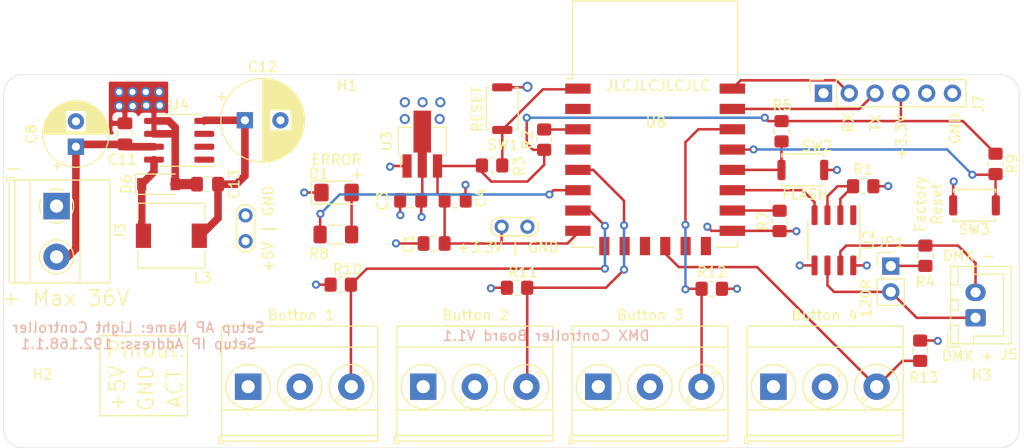
<source format=kicad_pcb>
(kicad_pcb (version 20171130) (host pcbnew 5.1.10)
  (layers (0 F.Cu signal) (1 In1.Cu power) (2 In2.Cu power) (31 B.Cu signal) (34 B.Paste user) (35 F.Paste user) (36 B.SilkS user) (37 F.SilkS user) (38 B.Mask user) (39 F.Mask user) (44 Edge.Cuts user))
  (net 0 "")
  (net 1 GND)
  (net 2 VCC)
  (net 3 "Net-(D6-Pad1)")
  (net 4 RESET)
  (net 5 +3V3)
  (net 6 +5V)
  (net 7 "Net-(R1-Pad1)")
  (net 8 "Net-(R2-Pad2)")
  (net 9 "Net-(R7-Pad2)")
  (net 10 "Net-(J5-Pad2)")
  (net 11 "Net-(J5-Pad1)")
  (net 12 BOOT_MODE)
  (net 13 RXD)
  (net 14 TXD)
  (net 15 "Net-(D1-Pad2)")
  (net 16 ERROR_LED)
  (net 17 B2)
  (net 18 B3)
  (net 19 B4)
  (net 20 B1)
  (net 21 FACTORY_RESET)
  (net 22 RS485_DIN)
  (net 23 "Net-(JP1-Pad1)")
  (net 24 "Net-(J7-Pad5)")
  (net 25 "Net-(J7-Pad1)")
  (net 26 "Net-(U2-Pad1)")
  (net 27 "Net-(U4-Pad3)")
  (net 28 "Net-(U4-Pad2)")
  (net 29 "Net-(U4-Pad1)")
  (net 30 "Net-(U8-Pad14)")
  (net 31 "Net-(U8-Pad13)")
  (net 32 "Net-(U8-Pad11)")
  (net 33 "Net-(U8-Pad10)")
  (net 34 "Net-(U8-Pad9)")
  (net 35 "Net-(U8-Pad4)")
  (net 36 "Net-(U8-Pad2)")
  (module Resistor_SMD:R_0805_2012Metric_Pad1.20x1.40mm_HandSolder (layer F.Cu) (at 110.744 37.846 90)
    (fp_text reference R4 (at -2.5908 0 180) (layer F.SilkS))
    (fp_text value 120R)
    (pad 2 smd roundrect (at 1 0 90) (size 1.2 1.4) (layers F.Cu F.Paste F.Mask) (roundrect_rratio 0.2083325) (net 10 "Net-(J5-Pad2)"))
    (pad 1 smd roundrect (at -1 0 90) (size 1.2 1.4) (layers F.Cu F.Paste F.Mask) (roundrect_rratio 0.2083325) (net 23 "Net-(JP1-Pad1)"))
  )
  (module Connector_PinHeader_2.54mm:PinHeader_1x02_P2.54mm_Vertical (layer F.Cu) (at 107.3404 38.862)
    (fp_text reference JP1 (at 0 -2.33) (layer F.SilkS))
    (fp_text value CON)
    (pad 2 thru_hole oval (at 0 2.54) (size 1.7 1.7) (drill 1) (layers *.Cu *.Mask) (net 11 "Net-(J5-Pad1)"))
    (pad 1 thru_hole rect (at 0 0) (size 1.7 1.7) (drill 1) (layers *.Cu *.Mask) (net 23 "Net-(JP1-Pad1)"))
  )
  (module MountingHole:MountingHole_3.2mm_M3 (layer F.Cu) (at 53.7972 23.7236)
    (fp_text reference H1 (at 0 -2.6416) (layer F.SilkS))
    (fp_text value MountingHole)
    (pad 1 np_thru_hole circle (at 0 0) (size 3.2 3.2) (drill 3.2) (layers *.Cu *.Mask))
  )
  (module MountingHole:MountingHole_3.2mm_M3 (layer F.Cu) (at 116.2304 52.1208)
    (fp_text reference H3 (at 0.0508 -2.54) (layer F.SilkS))
    (fp_text value MountingHole)
    (pad 1 np_thru_hole circle (at 0 0) (size 3.2 3.2) (drill 3.2) (layers *.Cu *.Mask))
  )
  (module MountingHole:MountingHole_3.2mm_M3 (layer F.Cu) (at 23.8252 52.1208)
    (fp_text reference H2 (at 0 -2.5908) (layer F.SilkS))
    (fp_text value MountingHole)
    (pad 1 np_thru_hole circle (at 0 0) (size 3.2 3.2) (drill 3.2) (layers *.Cu *.Mask))
  )
  (module TerminalBlock_Phoenix:TerminalBlock_Phoenix_MKDS-3-3-5.08_1x03_P5.08mm_Horizontal (layer F.Cu) (at 95.786 50.7365)
    (fp_text reference J6)
    (fp_text value Screw_Terminal_01x03)
    (pad 3 thru_hole circle (at 10.16 0) (size 2.6 2.6) (drill 1.3) (layers *.Cu *.Mask) (net 19 B4))
    (pad 2 thru_hole circle (at 5.08 0) (size 2.6 2.6) (drill 1.3) (layers *.Cu *.Mask) (net 1 GND))
    (pad 1 thru_hole rect (at 0 0) (size 2.6 2.6) (drill 1.3) (layers *.Cu *.Mask) (net 6 +5V))
  )
  (module TerminalBlock_Phoenix:TerminalBlock_Phoenix_MKDS-3-3-5.08_1x03_P5.08mm_Horizontal (layer F.Cu) (at 78.547 50.7365)
    (fp_text reference J4)
    (fp_text value Screw_Terminal_01x03)
    (pad 3 thru_hole circle (at 10.16 0) (size 2.6 2.6) (drill 1.3) (layers *.Cu *.Mask) (net 18 B3))
    (pad 2 thru_hole circle (at 5.08 0) (size 2.6 2.6) (drill 1.3) (layers *.Cu *.Mask) (net 1 GND))
    (pad 1 thru_hole rect (at 0 0) (size 2.6 2.6) (drill 1.3) (layers *.Cu *.Mask) (net 6 +5V))
  )
  (module TerminalBlock_Phoenix:TerminalBlock_Phoenix_MKDS-3-3-5.08_1x03_P5.08mm_Horizontal (layer F.Cu) (at 61.308 50.7365)
    (fp_text reference J2)
    (fp_text value Screw_Terminal_01x03)
    (pad 3 thru_hole circle (at 10.16 0) (size 2.6 2.6) (drill 1.3) (layers *.Cu *.Mask) (net 17 B2))
    (pad 2 thru_hole circle (at 5.08 0) (size 2.6 2.6) (drill 1.3) (layers *.Cu *.Mask) (net 1 GND))
    (pad 1 thru_hole rect (at 0 0) (size 2.6 2.6) (drill 1.3) (layers *.Cu *.Mask) (net 6 +5V))
  )
  (module TerminalBlock_Phoenix:TerminalBlock_Phoenix_MKDS-3-3-5.08_1x03_P5.08mm_Horizontal (layer F.Cu) (at 44.069 50.7365)
    (fp_text reference J1)
    (fp_text value Screw_Terminal_01x03)
    (pad 3 thru_hole circle (at 10.16 0) (size 2.6 2.6) (drill 1.3) (layers *.Cu *.Mask) (net 20 B1))
    (pad 2 thru_hole circle (at 5.08 0) (size 2.6 2.6) (drill 1.3) (layers *.Cu *.Mask) (net 1 GND))
    (pad 1 thru_hole rect (at 0 0) (size 2.6 2.6) (drill 1.3) (layers *.Cu *.Mask) (net 6 +5V))
  )
  (module Resistor_SMD:R_0805_2012Metric_Pad1.20x1.40mm_HandSolder (layer F.Cu) (at 110.236 47.1932 90)
    (fp_text reference R13 (at -2.6416 0.3556 180) (layer F.SilkS))
    (fp_text value 10k)
    (pad 2 smd roundrect (at 1 0 90) (size 1.2 1.4) (layers F.Cu F.Paste F.Mask) (roundrect_rratio 0.2083325) (net 1 GND))
    (pad 1 smd roundrect (at -1 0 90) (size 1.2 1.4) (layers F.Cu F.Paste F.Mask) (roundrect_rratio 0.2083325) (net 19 B4))
  )
  (module Resistor_SMD:R_0805_2012Metric_Pad1.20x1.40mm_HandSolder (layer F.Cu) (at 89.7128 41.0972)
    (fp_text reference R12 (at 0 -1.65) (layer F.SilkS))
    (fp_text value 10k)
    (pad 2 smd roundrect (at 1 0) (size 1.2 1.4) (layers F.Cu F.Paste F.Mask) (roundrect_rratio 0.2083325) (net 1 GND))
    (pad 1 smd roundrect (at -1 0) (size 1.2 1.4) (layers F.Cu F.Paste F.Mask) (roundrect_rratio 0.2083325) (net 18 B3))
  )
  (module Resistor_SMD:R_0805_2012Metric_Pad1.20x1.40mm_HandSolder (layer F.Cu) (at 70.5452 40.9956 180)
    (fp_text reference R11 (at -0.5748 1.524) (layer F.SilkS))
    (fp_text value 10k)
    (pad 2 smd roundrect (at 1 0 180) (size 1.2 1.4) (layers F.Cu F.Paste F.Mask) (roundrect_rratio 0.2083325) (net 1 GND))
    (pad 1 smd roundrect (at -1 0 180) (size 1.2 1.4) (layers F.Cu F.Paste F.Mask) (roundrect_rratio 0.2083325) (net 17 B2))
  )
  (module Resistor_SMD:R_0805_2012Metric_Pad1.20x1.40mm_HandSolder (layer F.Cu) (at 53.1876 40.6908 180)
    (fp_text reference R10 (at -0.6604 1.524) (layer F.SilkS))
    (fp_text value 10k)
    (pad 2 smd roundrect (at 1 0 180) (size 1.2 1.4) (layers F.Cu F.Paste F.Mask) (roundrect_rratio 0.2083325) (net 1 GND))
    (pad 1 smd roundrect (at -1 0 180) (size 1.2 1.4) (layers F.Cu F.Paste F.Mask) (roundrect_rratio 0.2083325) (net 20 B1))
  )
  (module Button_Switch_SMD:SW_Push_SPST_NO_Alps_SKRK (layer F.Cu) (at 115.5812 32.8796 180)
    (fp_text reference SW3 (at 0.0112 -2.3756) (layer F.SilkS))
    (fp_text value SW_SPST)
    (pad 1 smd roundrect (at -2.1 0 180) (size 0.8 2) (layers F.Cu F.Paste F.Mask) (net 21 FACTORY_RESET))
    (pad 2 smd roundrect (at 2.1 0 180) (size 0.8 2) (layers F.Cu F.Paste F.Mask) (net 1 GND))
  )
  (module Resistor_SMD:R_0805_2012Metric_Pad1.20x1.40mm_HandSolder (layer F.Cu) (at 117.6528 28.8036 270)
    (fp_text reference R9 (at 0 -1.65 90) (layer F.SilkS))
    (fp_text value 10k)
    (pad 2 smd roundrect (at 1 0 270) (size 1.2 1.4) (layers F.Cu F.Paste F.Mask) (roundrect_rratio 0.2083325) (net 21 FACTORY_RESET))
    (pad 1 smd roundrect (at -1 0 270) (size 1.2 1.4) (layers F.Cu F.Paste F.Mask) (roundrect_rratio 0.2083325) (net 5 +3V3))
  )
  (module Resistor_SMD:R_1206_3216Metric_Pad1.30x1.75mm_HandSolder (layer F.Cu) (at 52.705 35.7505 180)
    (fp_text reference R8 (at 1.651 -1.905) (layer F.SilkS))
    (fp_text value 200R)
    (pad 2 smd roundrect (at 1.55 0 180) (size 1.3 1.75) (layers F.Cu F.Paste F.Mask) (roundrect_rratio 0.1923076923076923) (net 16 ERROR_LED))
    (pad 1 smd roundrect (at -1.55 0 180) (size 1.3 1.75) (layers F.Cu F.Paste F.Mask) (roundrect_rratio 0.1923076923076923) (net 15 "Net-(D1-Pad2)"))
  )
  (module Diode_SMD:D_1206_3216Metric_Pad1.42x1.75mm_HandSolder (layer F.Cu) (at 52.7685 31.623)
    (fp_text reference D1 (at -1.7145 -1.8415) (layer F.SilkS))
    (fp_text value D_Small)
    (pad 2 smd roundrect (at 1.4875 0) (size 1.425 1.75) (layers F.Cu F.Paste F.Mask) (roundrect_rratio 0.1754385964912281) (net 15 "Net-(D1-Pad2)"))
    (pad 1 smd roundrect (at -1.4875 0) (size 1.425 1.75) (layers F.Cu F.Paste F.Mask) (roundrect_rratio 0.1754385964912281) (net 1 GND))
  )
  (module Connector_PinSocket_2.54mm:PinSocket_1x06_P2.54mm_Vertical (layer F.Cu) (at 100.711 21.844 90)
    (fp_text reference J7 (at -1.016 15.24 90) (layer F.SilkS))
    (fp_text value ProgrammingHeader)
    (pad 6 thru_hole oval (at 0 12.7 90) (size 1.7 1.7) (drill 1) (layers *.Cu *.Mask) (net 1 GND))
    (pad 5 thru_hole oval (at 0 10.16 90) (size 1.7 1.7) (drill 1) (layers *.Cu *.Mask) (net 24 "Net-(J7-Pad5)"))
    (pad 4 thru_hole oval (at 0 7.62 90) (size 1.7 1.7) (drill 1) (layers *.Cu *.Mask) (net 5 +3V3))
    (pad 3 thru_hole oval (at 0 5.08 90) (size 1.7 1.7) (drill 1) (layers *.Cu *.Mask) (net 13 RXD))
    (pad 2 thru_hole oval (at 0 2.54 90) (size 1.7 1.7) (drill 1) (layers *.Cu *.Mask) (net 14 TXD))
    (pad 1 thru_hole rect (at 0 0 90) (size 1.7 1.7) (drill 1) (layers *.Cu *.Mask) (net 25 "Net-(J7-Pad1)"))
  )
  (module Resistor_SMD:R_0805_2012Metric_Pad1.20x1.40mm_HandSolder (layer F.Cu) (at 96.393 34.417 90)
    (fp_text reference R7 (at 0 -1.65 90) (layer F.SilkS))
    (fp_text value 10k)
    (pad 2 smd roundrect (at 1 0 90) (size 1.2 1.4) (layers F.Cu F.Paste F.Mask) (roundrect_rratio 0.2083325) (net 9 "Net-(R7-Pad2)"))
    (pad 1 smd roundrect (at -1 0 90) (size 1.2 1.4) (layers F.Cu F.Paste F.Mask) (roundrect_rratio 0.2083325) (net 1 GND))
  )
  (module Button_Switch_SMD:SW_Push_SPST_NO_Alps_SKRK (layer F.Cu) (at 98.679 29.4005)
    (fp_text reference SW2 (at 1.397 -2.3495) (layer F.SilkS))
    (fp_text value SW_SPST)
    (pad 1 smd roundrect (at -2.1 0) (size 0.8 2) (layers F.Cu F.Paste F.Mask) (net 12 BOOT_MODE))
    (pad 2 smd roundrect (at 2.1 0) (size 0.8 2) (layers F.Cu F.Paste F.Mask) (net 1 GND))
  )
  (module Resistor_SMD:R_0805_2012Metric_Pad1.20x1.40mm_HandSolder (layer F.Cu) (at 96.5835 25.5905 270)
    (fp_text reference R5 (at -2.54 -0.0635 180) (layer F.SilkS))
    (fp_text value 10k)
    (pad 2 smd roundrect (at 1 0 270) (size 1.2 1.4) (layers F.Cu F.Paste F.Mask) (roundrect_rratio 0.2083325) (net 12 BOOT_MODE))
    (pad 1 smd roundrect (at -1 0 270) (size 1.2 1.4) (layers F.Cu F.Paste F.Mask) (roundrect_rratio 0.2083325) (net 5 +3V3))
  )
  (module Resistor_SMD:R_0805_2012Metric_Pad1.20x1.40mm_HandSolder (layer F.Cu) (at 73.2155 26.416 90)
    (fp_text reference R2 (at 0 -1.65 90) (layer F.SilkS))
    (fp_text value 10k)
    (pad 2 smd roundrect (at 1 0 90) (size 1.2 1.4) (layers F.Cu F.Paste F.Mask) (roundrect_rratio 0.2083325) (net 8 "Net-(R2-Pad2)"))
    (pad 1 smd roundrect (at -1 0 90) (size 1.2 1.4) (layers F.Cu F.Paste F.Mask) (roundrect_rratio 0.2083325) (net 5 +3V3))
  )
  (module TestPoint:TestPoint_2Pads_Pitch2.54mm_Drill0.8mm (layer F.Cu) (at 69.0245 34.9885)
    (fp_text reference TP2)
    (fp_text value TP_5V)
    (pad 2 thru_hole circle (at 2.54 0) (size 1.4 1.4) (drill 0.8) (layers *.Cu *.Mask) (net 1 GND))
    (pad 1 thru_hole circle (at 0 0) (size 1.4 1.4) (drill 0.8) (layers *.Cu *.Mask) (net 5 +3V3))
  )
  (module RF_Module:ESP-12E (layer F.Cu) (at 84.1375 24.892)
    (fp_text reference U8 (at 0.0635 -0.1905) (layer F.SilkS))
    (fp_text value ESP-12E)
    (pad 22 smd rect (at 7.6 -3.5) (size 2.5 1) (layers F.Cu F.Paste F.Mask) (net 14 TXD))
    (pad 21 smd rect (at 7.6 -1.5) (size 2.5 1) (layers F.Cu F.Paste F.Mask) (net 13 RXD))
    (pad 20 smd rect (at 7.6 0.5) (size 2.5 1) (layers F.Cu F.Paste F.Mask) (net 18 B3))
    (pad 19 smd rect (at 7.6 2.5) (size 2.5 1) (layers F.Cu F.Paste F.Mask) (net 21 FACTORY_RESET))
    (pad 18 smd rect (at 7.6 4.5) (size 2.5 1) (layers F.Cu F.Paste F.Mask) (net 12 BOOT_MODE))
    (pad 17 smd rect (at 7.6 6.5) (size 2.5 1) (layers F.Cu F.Paste F.Mask) (net 22 RS485_DIN))
    (pad 16 smd rect (at 7.6 8.5) (size 2.5 1) (layers F.Cu F.Paste F.Mask) (net 9 "Net-(R7-Pad2)"))
    (pad 15 smd rect (at 7.6 10.5) (size 2.5 1) (layers F.Cu F.Paste F.Mask) (net 1 GND))
    (pad 14 smd rect (at 5 12) (size 1 1.8) (layers F.Cu F.Paste F.Mask) (net 30 "Net-(U8-Pad14)"))
    (pad 13 smd rect (at 3 12) (size 1 1.8) (layers F.Cu F.Paste F.Mask) (net 31 "Net-(U8-Pad13)"))
    (pad 12 smd rect (at 1 12) (size 1 1.8) (layers F.Cu F.Paste F.Mask) (net 19 B4))
    (pad 11 smd rect (at -1 12) (size 1 1.8) (layers F.Cu F.Paste F.Mask) (net 32 "Net-(U8-Pad11)"))
    (pad 10 smd rect (at -3 12) (size 1 1.8) (layers F.Cu F.Paste F.Mask) (net 33 "Net-(U8-Pad10)"))
    (pad 9 smd rect (at -5 12) (size 1 1.8) (layers F.Cu F.Paste F.Mask) (net 34 "Net-(U8-Pad9)"))
    (pad 8 smd rect (at -7.6 10.5) (size 2.5 1) (layers F.Cu F.Paste F.Mask) (net 5 +3V3))
    (pad 7 smd rect (at -7.6 8.5) (size 2.5 1) (layers F.Cu F.Paste F.Mask) (net 20 B1))
    (pad 6 smd rect (at -7.6 6.5) (size 2.5 1) (layers F.Cu F.Paste F.Mask) (net 16 ERROR_LED))
    (pad 5 smd rect (at -7.6 4.5) (size 2.5 1) (layers F.Cu F.Paste F.Mask) (net 17 B2))
    (pad 4 smd rect (at -7.6 2.5) (size 2.5 1) (layers F.Cu F.Paste F.Mask) (net 35 "Net-(U8-Pad4)"))
    (pad 3 smd rect (at -7.6 0.5) (size 2.5 1) (layers F.Cu F.Paste F.Mask) (net 8 "Net-(R2-Pad2)"))
    (pad 2 smd rect (at -7.6 -1.5) (size 2.5 1) (layers F.Cu F.Paste F.Mask) (net 36 "Net-(U8-Pad2)"))
    (pad 1 smd rect (at -7.6 -3.5) (size 2.5 1) (layers F.Cu F.Paste F.Mask) (net 4 RESET))
  )
  (module Capacitor_SMD:C_0805_2012Metric_Pad1.18x1.45mm_HandSolder (layer F.Cu) (at 62.3785 36.6395)
    (fp_text reference C1 (at -2.498 0 270) (layer F.SilkS))
    (fp_text value 100nF)
    (pad 2 smd roundrect (at 1.0375 0) (size 1.175 1.45) (layers F.Cu F.Paste F.Mask) (roundrect_rratio 0.2127659574468085) (net 5 +3V3))
    (pad 1 smd roundrect (at -1.0375 0) (size 1.175 1.45) (layers F.Cu F.Paste F.Mask) (roundrect_rratio 0.2127659574468085) (net 1 GND))
  )
  (module Package_TO_SOT_SMD:SOT-89-3_Handsoldering (layer F.Cu) (at 61.214 26.8605 90)
    (fp_text reference U3 (at 0.3 -3.5 90) (layer F.SilkS))
    (fp_text value H7233-1)
    (pad 2 smd custom (at -2.0625 0 90) (size 2.475 0.9) (layers F.Cu F.Paste F.Mask) (net 6 +5V) (options (clearance outline) (anchor rect)) (primitives (gr_poly (pts (xy 1.2375 -0.8665) (xy 5.3625 -0.8665) (xy 5.3625 0.8665) (xy 1.2375 0.8665)) (width 0))))
    (pad 3 smd rect (at -2.15 1.5 90) (size 2.3 0.9) (layers F.Cu F.Paste F.Mask) (net 5 +3V3))
    (pad 1 smd rect (at -2.15 -1.5 90) (size 2.3 0.9) (layers F.Cu F.Paste F.Mask) (net 1 GND))
  )
  (module Capacitor_SMD:C_0805_2012Metric_Pad1.18x1.45mm_HandSolder (layer F.Cu) (at 64.4525 32.385)
    (fp_text reference C4 (at 2.54 -0.254 270) (layer F.SilkS))
    (fp_text value 1uF)
    (pad 2 smd roundrect (at 1.0375 0) (size 1.175 1.45) (layers F.Cu F.Paste F.Mask) (roundrect_rratio 0.2127659574468085) (net 1 GND))
    (pad 1 smd roundrect (at -1.0375 0) (size 1.175 1.45) (layers F.Cu F.Paste F.Mask) (roundrect_rratio 0.2127659574468085) (net 5 +3V3))
  )
  (module Capacitor_SMD:C_0805_2012Metric_Pad1.18x1.45mm_HandSolder (layer F.Cu) (at 60.071 32.385)
    (fp_text reference C3 (at -2.794 0.0635 270) (layer F.SilkS))
    (fp_text value 1uF)
    (pad 2 smd roundrect (at 1.0375 0) (size 1.175 1.45) (layers F.Cu F.Paste F.Mask) (roundrect_rratio 0.2127659574468085) (net 6 +5V))
    (pad 1 smd roundrect (at -1.0375 0) (size 1.175 1.45) (layers F.Cu F.Paste F.Mask) (roundrect_rratio 0.2127659574468085) (net 1 GND))
  )
  (module Package_SO:SOIC-8_3.9x4.9mm_P1.27mm (layer F.Cu) (at 37.2745 26.4795 180)
    (fp_text reference U4 (at 0 3.4925) (layer F.SilkS))
    (fp_text value LM2594HVM-5.0)
    (pad 8 smd roundrect (at 2.475 -1.905 180) (size 1.95 0.6) (layers F.Cu F.Paste F.Mask) (net 3 "Net-(D6-Pad1)"))
    (pad 7 smd roundrect (at 2.475 -0.635 180) (size 1.95 0.6) (layers F.Cu F.Paste F.Mask) (net 2 VCC))
    (pad 6 smd roundrect (at 2.475 0.635 180) (size 1.95 0.6) (layers F.Cu F.Paste F.Mask) (net 1 GND))
    (pad 5 smd roundrect (at 2.475 1.905 180) (size 1.95 0.6) (layers F.Cu F.Paste F.Mask) (net 1 GND))
    (pad 4 smd roundrect (at -2.475 1.905 180) (size 1.95 0.6) (layers F.Cu F.Paste F.Mask) (net 6 +5V))
    (pad 3 smd roundrect (at -2.475 0.635 180) (size 1.95 0.6) (layers F.Cu F.Paste F.Mask) (net 27 "Net-(U4-Pad3)"))
    (pad 2 smd roundrect (at -2.475 -0.635 180) (size 1.95 0.6) (layers F.Cu F.Paste F.Mask) (net 28 "Net-(U4-Pad2)"))
    (pad 1 smd roundrect (at -2.475 -1.905 180) (size 1.95 0.6) (layers F.Cu F.Paste F.Mask) (net 29 "Net-(U4-Pad1)"))
  )
  (module Package_SO:SOIC-8_3.9x4.9mm_P1.27mm (layer F.Cu) (at 101.7397 36.322 270)
    (fp_text reference U2 (at 0 -3.4 90) (layer F.SilkS))
    (fp_text value MAX485E)
    (pad 8 smd roundrect (at 2.475 -1.905 270) (size 1.95 0.6) (layers F.Cu F.Paste F.Mask) (net 6 +5V))
    (pad 7 smd roundrect (at 2.475 -0.635 270) (size 1.95 0.6) (layers F.Cu F.Paste F.Mask) (net 10 "Net-(J5-Pad2)"))
    (pad 6 smd roundrect (at 2.475 0.635 270) (size 1.95 0.6) (layers F.Cu F.Paste F.Mask) (net 11 "Net-(J5-Pad1)"))
    (pad 5 smd roundrect (at 2.475 1.905 270) (size 1.95 0.6) (layers F.Cu F.Paste F.Mask) (net 1 GND))
    (pad 4 smd roundrect (at -2.475 1.905 270) (size 1.95 0.6) (layers F.Cu F.Paste F.Mask) (net 22 RS485_DIN))
    (pad 3 smd roundrect (at -2.475 0.635 270) (size 1.95 0.6) (layers F.Cu F.Paste F.Mask) (net 7 "Net-(R1-Pad1)"))
    (pad 2 smd roundrect (at -2.475 -0.635 270) (size 1.95 0.6) (layers F.Cu F.Paste F.Mask) (net 7 "Net-(R1-Pad1)"))
    (pad 1 smd roundrect (at -2.475 -1.905 270) (size 1.95 0.6) (layers F.Cu F.Paste F.Mask) (net 26 "Net-(U2-Pad1)"))
  )
  (module TestPoint:TestPoint_2Pads_Pitch2.54mm_Drill0.8mm (layer F.Cu) (at 43.815 36.4109 90)
    (fp_text reference TP1)
    (fp_text value TP_5V)
    (pad 2 thru_hole circle (at 2.54 0 90) (size 1.4 1.4) (drill 0.8) (layers *.Cu *.Mask) (net 1 GND))
    (pad 1 thru_hole circle (at 0 0 90) (size 1.4 1.4) (drill 0.8) (layers *.Cu *.Mask) (net 6 +5V))
  )
  (module Button_Switch_SMD:SW_Push_SPST_NO_Alps_SKRK (layer F.Cu) (at 69.088 23.3635 90)
    (fp_text reference SW1 (at -3.5605 0.0635 180) (layer F.SilkS))
    (fp_text value SW_SPST)
    (pad 1 smd roundrect (at -2.1 0 90) (size 0.8 2) (layers F.Cu F.Paste F.Mask) (net 4 RESET))
    (pad 2 smd roundrect (at 2.1 0 90) (size 0.8 2) (layers F.Cu F.Paste F.Mask) (net 1 GND))
  )
  (module Resistor_SMD:R_0805_2012Metric_Pad1.20x1.40mm_HandSolder (layer F.Cu) (at 68.088 28.956)
    (fp_text reference R3 (at 2.651 0.0635 90) (layer F.SilkS))
    (fp_text value 10k)
    (pad 2 smd roundrect (at 1 0) (size 1.2 1.4) (layers F.Cu F.Paste F.Mask) (roundrect_rratio 0.2083325) (net 4 RESET))
    (pad 1 smd roundrect (at -1 0) (size 1.2 1.4) (layers F.Cu F.Paste F.Mask) (roundrect_rratio 0.2083325) (net 5 +3V3))
  )
  (module Resistor_SMD:R_0805_2012Metric_Pad1.20x1.40mm_HandSolder (layer F.Cu) (at 104.6259 31.0007)
    (fp_text reference R1 (at 0 -1.65) (layer F.SilkS))
    (fp_text value 10K)
    (pad 2 smd roundrect (at 1 0) (size 1.2 1.4) (layers F.Cu F.Paste F.Mask) (roundrect_rratio 0.2083325) (net 6 +5V))
    (pad 1 smd roundrect (at -1 0) (size 1.2 1.4) (layers F.Cu F.Paste F.Mask) (roundrect_rratio 0.2083325) (net 7 "Net-(R1-Pad1)"))
  )
  (module Inductor_SMD:L_6.3x6.3_H3 (layer F.Cu) (at 36.5125 35.8775)
    (fp_text reference L3 (at 3.0861 4.1529) (layer F.SilkS))
    (fp_text value L_Small)
    (pad 2 smd rect (at 2.75 0) (size 1.5 2.4) (layers F.Cu F.Paste F.Mask) (net 6 +5V))
    (pad 1 smd rect (at -2.75 0) (size 1.5 2.4) (layers F.Cu F.Paste F.Mask) (net 3 "Net-(D6-Pad1)"))
  )
  (module Connector_JST:JST_XH_B2B-XH-A_1x02_P2.50mm_Vertical (layer F.Cu) (at 115.6843 43.9547 90)
    (fp_text reference J5 (at -3.6449 3.2893 180) (layer F.SilkS))
    (fp_text value Conn_Left)
    (pad 2 thru_hole oval (at 2.5 0 90) (size 1.7 2) (drill 1) (layers *.Cu *.Mask) (net 10 "Net-(J5-Pad2)"))
    (pad 1 thru_hole roundrect (at 0 0 90) (size 1.7 2) (drill 1) (layers *.Cu *.Mask) (roundrect_rratio 0.1470588235294118) (net 11 "Net-(J5-Pad1)"))
  )
  (module TerminalBlock_Phoenix:TerminalBlock_Phoenix_MKDS-1,5-2_1x02_P5.00mm_Horizontal (layer F.Cu) (at 25.2095 32.9565 270)
    (fp_text reference J3 (at 2.5 -6.26 90) (layer F.SilkS))
    (fp_text value PWR_IN)
    (pad 2 thru_hole circle (at 5 0 270) (size 2.6 2.6) (drill 1.3) (layers *.Cu *.Mask) (net 2 VCC))
    (pad 1 thru_hole rect (at 0 0 270) (size 2.6 2.6) (drill 1.3) (layers *.Cu *.Mask) (net 1 GND))
  )
  (module Diode_SMD:D_SOD-123 (layer F.Cu) (at 35.2425 30.7975)
    (fp_text reference D6 (at -3.175 -0.0127 90) (layer F.SilkS))
    (fp_text value 1N5817)
    (pad 2 smd rect (at 1.65 0) (size 0.9 1.2) (layers F.Cu F.Paste F.Mask) (net 1 GND))
    (pad 1 smd rect (at -1.65 0) (size 0.9 1.2) (layers F.Cu F.Paste F.Mask) (net 3 "Net-(D6-Pad1)"))
  )
  (module Capacitor_SMD:C_0805_2012Metric_Pad1.18x1.45mm_HandSolder (layer F.Cu) (at 40.0685 30.7975)
    (fp_text reference C13 (at 2.6289 0.0127 270) (layer F.SilkS))
    (fp_text value 100nF)
    (pad 2 smd roundrect (at 1.0375 0) (size 1.175 1.45) (layers F.Cu F.Paste F.Mask) (roundrect_rratio 0.2127659574468085) (net 6 +5V))
    (pad 1 smd roundrect (at -1.0375 0) (size 1.175 1.45) (layers F.Cu F.Paste F.Mask) (roundrect_rratio 0.2127659574468085) (net 1 GND))
  )
  (module Capacitor_THT:CP_Radial_D8.0mm_P3.50mm (layer F.Cu) (at 43.7515 24.511)
    (fp_text reference C12 (at 1.75 -5.25) (layer F.SilkS))
    (fp_text value 100uF)
    (pad 2 thru_hole circle (at 3.5 0) (size 1.6 1.6) (drill 0.8) (layers *.Cu *.Mask) (net 1 GND))
    (pad 1 thru_hole rect (at 0 0) (size 1.6 1.6) (drill 0.8) (layers *.Cu *.Mask) (net 6 +5V))
  )
  (module Capacitor_SMD:C_0805_2012Metric_Pad1.18x1.45mm_HandSolder (layer F.Cu) (at 31.9405 25.8445 270)
    (fp_text reference C11 (at 2.54 0.254) (layer F.SilkS))
    (fp_text value 100nF)
    (pad 2 smd roundrect (at 1.0375 0 270) (size 1.175 1.45) (layers F.Cu F.Paste F.Mask) (roundrect_rratio 0.2127659574468085) (net 2 VCC))
    (pad 1 smd roundrect (at -1.0375 0 270) (size 1.175 1.45) (layers F.Cu F.Paste F.Mask) (roundrect_rratio 0.2127659574468085) (net 1 GND))
  )
  (module Capacitor_THT:CP_Radial_D6.3mm_P2.50mm (layer F.Cu) (at 27.1145 27.1145 90)
    (fp_text reference C8 (at 1.25 -4.4 90) (layer F.SilkS))
    (fp_text value 100uF)
    (pad 2 thru_hole circle (at 2.5 0 90) (size 1.6 1.6) (drill 0.8) (layers *.Cu *.Mask) (net 1 GND))
    (pad 1 thru_hole rect (at 0 0 90) (size 1.6 1.6) (drill 0.8) (layers *.Cu *.Mask) (net 2 VCC))
  )
  (gr_text "DMX Controller Board V1.1" (at 73.406 45.72) (layer B.SilkS) (effects (font (size 1 1)) (justify mirror)))
  (gr_text JLCJLCJLCJLC (at 84.4296 21.082) (layer F.SilkS) (effects (font (size 1 1))))
  (gr_text 120R (at 104.902 42.0624 90) (layer F.SilkS) (effects (font (size 1 1))))
  (gr_text "DMX +" (at 114.9096 47.7012) (layer F.SilkS) (effects (font (size 1 1))))
  (gr_text "DMX -" (at 115.0112 37.846) (layer F.SilkS) (effects (font (size 1 1))))
  (gr_text - (at 20.9804 29.1592) (layer F.SilkS) (effects (font (size 1.5 1.5))))
  (gr_text "+ Max 36V" (at 26.1112 42.0116) (layer F.SilkS) (effects (font (size 1.5 1.5))))
  (gr_text "Setup AP Name: Light Controller\nSetup IP Address: 192.168.1.1" (at 33.274 45.72) (layer B.SilkS) (effects (font (size 1 1)) (justify mirror)))
  (gr_line (start 29.464 53.594) (end 29.464 45.72) (layer F.SilkS) (width 0.12))
  (gr_line (start 29.718 53.594) (end 29.464 53.594) (layer F.SilkS) (width 0.12))
  (gr_line (start 38.1 53.594) (end 29.718 53.594) (layer F.SilkS) (width 0.12))
  (gr_line (start 38.1 45.72) (end 38.1 53.594) (layer F.SilkS) (width 0.12))
  (gr_line (start 29.464 45.72) (end 38.1 45.72) (layer F.SilkS) (width 0.12))
  (gr_text Pinout: (at 33.9852 47.0916) (layer F.SilkS) (effects (font (size 1.5 1.5))))
  (gr_text "Button 4" (at 100.838 43.688) (layer F.SilkS) (effects (font (size 1 1))))
  (gr_text "Button 3" (at 83.650666 43.688) (layer F.SilkS) (effects (font (size 1 1))))
  (gr_text "Button 2" (at 66.463333 43.688) (layer F.SilkS) (effects (font (size 1 1))))
  (gr_text "Button 1" (at 49.276 43.688) (layer F.SilkS) (effects (font (size 1 1))))
  (gr_text "Factory\nReset" (at 111.0488 32.766 90) (layer F.SilkS) (effects (font (size 1 1))))
  (gr_text ACT (at 36.83 50.9016 90) (layer F.SilkS) (effects (font (size 1.5 1.5))))
  (gr_text GND (at 34.0106 50.9016 90) (layer F.SilkS) (effects (font (size 1.5 1.5))))
  (gr_text +5V (at 31.1912 50.9016 90) (layer F.SilkS) (effects (font (size 1.5 1.5))))
  (gr_text ERROR (at 52.7685 28.3845) (layer F.SilkS) (effects (font (size 1 1))))
  (gr_text + (at 54.8005 29.7815) (layer F.SilkS) (effects (font (size 1 1))))
  (gr_arc (start 21.90496 54.85638) (end 19.99996 54.85638) (angle -90) (layer Edge.Cuts) (width 0.05))
  (gr_arc (start 118.09476 54.857) (end 118.09476 56.762) (angle -90) (layer Edge.Cuts) (width 0.05))
  (gr_arc (start 118.095 21.90496) (end 120 21.90496) (angle -90) (layer Edge.Cuts) (width 0.05))
  (gr_arc (start 21.90496 21.905) (end 21.90496 20) (angle -90) (layer Edge.Cuts) (width 0.05))
  (gr_text GND (at 113.665 25.3365 90) (layer F.SilkS) (effects (font (size 1 1))))
  (gr_text +3.3V (at 108.3945 26.162 90) (layer F.SilkS) (effects (font (size 1 1))))
  (gr_text TX (at 105.8545 24.765 90) (layer F.SilkS) (effects (font (size 1 1))))
  (gr_text RX (at 103.1875 24.765 90) (layer F.SilkS) (effects (font (size 1 1))))
  (gr_text FLASH (at 98.89998 31.80334) (layer F.SilkS) (effects (font (size 1 1))))
  (gr_text RESET (at 66.6115 23.4315 90) (layer F.SilkS) (effects (font (size 1 1))))
  (gr_text "+3.3V | GND" (at 69.6595 37.0205) (layer F.SilkS) (effects (font (size 1 1))))
  (gr_text "+5V | GND" (at 46.0375 35.2044 90) (layer F.SilkS) (effects (font (size 1 1))))
  (gr_line (start 120 21.90496) (end 119.99976 54.857) (layer Edge.Cuts) (width 0.05))
  (gr_line (start 19.99996 21.905) (end 19.99996 54.85638) (layer Edge.Cuts) (width 0.05))
  (gr_line (start 21.90496 56.76138) (end 118.09476 56.762) (layer Edge.Cuts) (width 0.05))
  (gr_line (start 21.90496 20) (end 118.095 19.99996) (layer Edge.Cuts) (width 0.05))
  (segment (start 81.153 36.9075) (end 81.1375 36.892) (width 0.25) (layer F.Cu) (net 33))
  (segment (start 79.121 36.9085) (end 79.1375 36.892) (width 0.25) (layer F.Cu) (net 34))
  (via (at 98.3742 38.7985) (size 0.8) (drill 0.4) (layers F.Cu B.Cu) (net 1))
  (segment (start 98.3757 38.797) (end 98.3742 38.7985) (width 0.25) (layer F.Cu) (net 1))
  (segment (start 99.8347 38.797) (end 98.3757 38.797) (width 0.25) (layer F.Cu) (net 1))
  (via (at 65.4685 30.861) (size 0.8) (drill 0.4) (layers F.Cu B.Cu) (net 1))
  (via (at 58.039 29.083) (size 0.8) (drill 0.4) (layers F.Cu B.Cu) (net 1))
  (segment (start 58.1115 29.0105) (end 58.039 29.083) (width 0.25) (layer F.Cu) (net 1))
  (segment (start 59.714 29.0105) (end 58.1115 29.0105) (width 0.25) (layer F.Cu) (net 1))
  (via (at 59.055 33.8455) (size 0.8) (drill 0.4) (layers F.Cu B.Cu) (net 1))
  (segment (start 59.0335 33.824) (end 59.055 33.8455) (width 0.25) (layer F.Cu) (net 1))
  (segment (start 59.0335 32.385) (end 59.0335 33.824) (width 0.25) (layer F.Cu) (net 1))
  (segment (start 39.031 30.7975) (end 36.8925 30.7975) (width 1) (layer F.Cu) (net 1))
  (via (at 35.3695 23.0505) (size 1) (drill 0.6) (layers F.Cu B.Cu) (net 1))
  (via (at 34.036 23.0505) (size 1) (drill 0.6) (layers F.Cu B.Cu) (net 1))
  (via (at 32.7025 23.114) (size 1) (drill 0.6) (layers F.Cu B.Cu) (net 1))
  (via (at 31.369 23.114) (size 1) (drill 0.6) (layers F.Cu B.Cu) (net 1))
  (via (at 31.369 21.717) (size 1) (drill 0.6) (layers F.Cu B.Cu) (net 1))
  (via (at 32.681333 21.717) (size 1) (drill 0.6) (layers F.Cu B.Cu) (net 1))
  (via (at 33.993666 21.717) (size 1) (drill 0.6) (layers F.Cu B.Cu) (net 1))
  (via (at 35.306 21.717) (size 1) (drill 0.6) (layers F.Cu B.Cu) (net 1))
  (via (at 62.9285 24.384) (size 1) (drill 0.6) (layers F.Cu B.Cu) (net 1))
  (via (at 62.992 22.733) (size 1) (drill 0.6) (layers F.Cu B.Cu) (net 1))
  (via (at 61.24575 22.733) (size 1) (drill 0.6) (layers F.Cu B.Cu) (net 1))
  (via (at 59.4995 22.733) (size 1) (drill 0.6) (layers F.Cu B.Cu) (net 1))
  (via (at 59.4995 24.384) (size 1) (drill 0.6) (layers F.Cu B.Cu) (net 1))
  (via (at 71.5645 21.209) (size 1) (drill 0.6) (layers F.Cu B.Cu) (net 1))
  (segment (start 71.51 21.2635) (end 71.5645 21.209) (width 0.25) (layer F.Cu) (net 1))
  (segment (start 69.088 21.2635) (end 71.51 21.2635) (width 0.25) (layer F.Cu) (net 1))
  (via (at 89.281 34.9885) (size 0.8) (drill 0.4) (layers F.Cu B.Cu) (net 1))
  (segment (start 89.6845 35.392) (end 89.281 34.9885) (width 0.25) (layer F.Cu) (net 1))
  (segment (start 91.7375 35.392) (end 89.6845 35.392) (width 0.25) (layer F.Cu) (net 1))
  (segment (start 65.4685 32.3635) (end 65.49 32.385) (width 0.25) (layer F.Cu) (net 1))
  (segment (start 65.4685 30.861) (end 65.4685 32.3635) (width 0.25) (layer F.Cu) (net 1))
  (segment (start 96.368 35.392) (end 96.393 35.417) (width 0.25) (layer F.Cu) (net 1))
  (segment (start 91.7375 35.392) (end 96.368 35.392) (width 0.25) (layer F.Cu) (net 1))
  (via (at 98.044 35.433) (size 0.8) (drill 0.4) (layers F.Cu B.Cu) (net 1))
  (segment (start 98.028 35.417) (end 98.044 35.433) (width 0.25) (layer F.Cu) (net 1))
  (segment (start 96.393 35.417) (end 98.028 35.417) (width 0.25) (layer F.Cu) (net 1))
  (via (at 102.0445 29.4005) (size 0.8) (drill 0.4) (layers F.Cu B.Cu) (net 1))
  (segment (start 100.779 29.4005) (end 102.0445 29.4005) (width 0.25) (layer F.Cu) (net 1))
  (via (at 49.5935 31.623) (size 0.8) (drill 0.4) (layers F.Cu B.Cu) (net 1))
  (segment (start 51.281 31.623) (end 49.5935 31.623) (width 0.25) (layer F.Cu) (net 1))
  (via (at 113.538 30.5308) (size 0.8) (drill 0.4) (layers F.Cu B.Cu) (net 1))
  (segment (start 113.4812 30.5876) (end 113.538 30.5308) (width 0.25) (layer F.Cu) (net 1))
  (segment (start 113.4812 32.8796) (end 113.4812 30.5876) (width 0.25) (layer F.Cu) (net 1))
  (via (at 50.7492 40.6908) (size 0.8) (drill 0.4) (layers F.Cu B.Cu) (net 1))
  (segment (start 52.1876 40.6908) (end 50.7492 40.6908) (width 0.25) (layer F.Cu) (net 1))
  (via (at 67.9704 41.0464) (size 0.8) (drill 0.4) (layers F.Cu B.Cu) (net 1))
  (segment (start 68.0212 40.9956) (end 67.9704 41.0464) (width 0.25) (layer F.Cu) (net 1))
  (segment (start 69.5452 40.9956) (end 68.0212 40.9956) (width 0.25) (layer F.Cu) (net 1))
  (via (at 92.202 41.0972) (size 0.8) (drill 0.4) (layers F.Cu B.Cu) (net 1))
  (segment (start 90.7128 41.0972) (end 92.202 41.0972) (width 0.25) (layer F.Cu) (net 1))
  (via (at 111.9632 46.228) (size 0.8) (drill 0.4) (layers F.Cu B.Cu) (net 1))
  (segment (start 111.9284 46.1932) (end 111.9632 46.228) (width 0.25) (layer F.Cu) (net 1))
  (segment (start 110.236 46.1932) (end 111.9284 46.1932) (width 0.25) (layer F.Cu) (net 1))
  (segment (start 36.2585 24.5745) (end 34.7995 24.5745) (width 0.75) (layer F.Cu) (net 1))
  (segment (start 36.8925 25.2085) (end 36.2585 24.5745) (width 0.75) (layer F.Cu) (net 1))
  (segment (start 34.7995 25.8445) (end 36.7665 25.8445) (width 0.75) (layer F.Cu) (net 1))
  (segment (start 36.7665 25.8445) (end 36.8925 25.9705) (width 0.75) (layer F.Cu) (net 1))
  (segment (start 36.8925 25.9705) (end 36.8925 25.2085) (width 0.75) (layer F.Cu) (net 1))
  (segment (start 36.8925 30.7975) (end 36.8925 25.9705) (width 0.75) (layer F.Cu) (net 1))
  (segment (start 58.6359 36.6395) (end 58.6232 36.6268) (width 0.25) (layer F.Cu) (net 1))
  (via (at 58.6232 36.6268) (size 0.8) (drill 0.4) (layers F.Cu B.Cu) (net 1))
  (segment (start 61.341 36.6395) (end 58.6359 36.6395) (width 0.25) (layer F.Cu) (net 1))
  (segment (start 32.173 27.1145) (end 31.9405 26.882) (width 0.75) (layer F.Cu) (net 2))
  (segment (start 34.7995 27.1145) (end 32.173 27.1145) (width 0.75) (layer F.Cu) (net 2))
  (segment (start 27.347 26.882) (end 27.1145 27.1145) (width 0.75) (layer F.Cu) (net 2))
  (segment (start 31.9405 26.882) (end 27.347 26.882) (width 0.75) (layer F.Cu) (net 2))
  (segment (start 25.2095 37.9565) (end 26.3055 37.9565) (width 0.75) (layer F.Cu) (net 2))
  (segment (start 27.1145 37.1475) (end 27.1145 27.1145) (width 0.75) (layer F.Cu) (net 2))
  (segment (start 26.3055 37.9565) (end 27.1145 37.1475) (width 0.75) (layer F.Cu) (net 2))
  (segment (start 34.7995 29.5905) (end 33.5925 30.7975) (width 0.75) (layer F.Cu) (net 3))
  (segment (start 34.7995 28.3845) (end 34.7995 29.5905) (width 0.75) (layer F.Cu) (net 3))
  (segment (start 33.5925 35.7075) (end 33.7625 35.8775) (width 0.75) (layer F.Cu) (net 3))
  (segment (start 33.5925 30.7975) (end 33.5925 35.7075) (width 0.75) (layer F.Cu) (net 3))
  (segment (start 69.088 28.956) (end 69.088 25.4635) (width 0.25) (layer F.Cu) (net 4))
  (segment (start 69.088 25.4635) (end 73.0885 21.463) (width 0.25) (layer F.Cu) (net 4))
  (segment (start 76.4665 21.463) (end 76.5375 21.392) (width 0.25) (layer F.Cu) (net 4))
  (segment (start 73.0885 21.463) (end 76.4665 21.463) (width 0.25) (layer F.Cu) (net 4))
  (segment (start 62.714 31.684) (end 63.415 32.385) (width 0.25) (layer F.Cu) (net 5))
  (segment (start 62.714 29.0105) (end 62.714 31.684) (width 0.25) (layer F.Cu) (net 5))
  (segment (start 63.415 32.385) (end 63.415 36.6385) (width 0.25) (layer F.Cu) (net 5))
  (segment (start 67.0335 29.0105) (end 67.088 28.956) (width 0.25) (layer F.Cu) (net 5))
  (segment (start 62.714 29.0105) (end 67.0335 29.0105) (width 0.25) (layer F.Cu) (net 5))
  (segment (start 76.5375 35.6035) (end 76.5375 35.392) (width 0.25) (layer F.Cu) (net 5))
  (segment (start 75.5015 36.6395) (end 76.5375 35.6035) (width 0.25) (layer F.Cu) (net 5))
  (segment (start 69.0245 34.9885) (end 69.0245 36.6395) (width 0.25) (layer F.Cu) (net 5))
  (segment (start 67.2338 36.6395) (end 69.0245 36.6395) (width 0.25) (layer F.Cu) (net 5))
  (segment (start 63.416 36.6395) (end 67.2338 36.6395) (width 0.25) (layer F.Cu) (net 5))
  (segment (start 69.0245 36.6395) (end 72.4154 36.6395) (width 0.25) (layer F.Cu) (net 5))
  (segment (start 67.088 28.956) (end 67.088 29.623) (width 0.25) (layer F.Cu) (net 5))
  (segment (start 67.088 29.623) (end 68.0085 30.5435) (width 0.25) (layer F.Cu) (net 5))
  (segment (start 68.0085 30.5435) (end 71.5645 30.5435) (width 0.25) (layer F.Cu) (net 5))
  (segment (start 73.2155 28.8925) (end 73.2155 27.416) (width 0.25) (layer F.Cu) (net 5))
  (segment (start 71.5645 30.5435) (end 73.2155 28.8925) (width 0.25) (layer F.Cu) (net 5))
  (segment (start 73.5965 36.6395) (end 75.5015 36.6395) (width 0.25) (layer F.Cu) (net 5))
  (segment (start 72.4154 36.6395) (end 73.5965 36.6395) (width 0.25) (layer F.Cu) (net 5))
  (via (at 94.9325 24.257) (size 0.8) (drill 0.4) (layers F.Cu B.Cu) (net 5))
  (segment (start 95.266 24.5905) (end 94.9325 24.257) (width 0.25) (layer F.Cu) (net 5))
  (segment (start 96.5835 24.5905) (end 95.266 24.5905) (width 0.25) (layer F.Cu) (net 5))
  (via (at 71.501 24.257) (size 0.8) (drill 0.4) (layers F.Cu B.Cu) (net 5))
  (segment (start 94.9325 24.257) (end 71.501 24.257) (width 0.25) (layer B.Cu) (net 5))
  (segment (start 71.501 24.257) (end 71.501 26.797) (width 0.25) (layer F.Cu) (net 5))
  (segment (start 72.12 27.416) (end 73.2155 27.416) (width 0.25) (layer F.Cu) (net 5))
  (segment (start 71.501 26.797) (end 72.12 27.416) (width 0.25) (layer F.Cu) (net 5))
  (segment (start 114.4397 24.5905) (end 117.6528 27.8036) (width 0.25) (layer F.Cu) (net 5))
  (segment (start 108.331 24.5872) (end 108.3277 24.5905) (width 0.25) (layer F.Cu) (net 5))
  (segment (start 108.331 21.844) (end 108.331 24.5872) (width 0.25) (layer F.Cu) (net 5))
  (segment (start 108.3277 24.5905) (end 114.4397 24.5905) (width 0.25) (layer F.Cu) (net 5))
  (segment (start 96.5835 24.5905) (end 108.3277 24.5905) (width 0.25) (layer F.Cu) (net 5))
  (segment (start 61.214 32.2795) (end 61.1085 32.385) (width 0.25) (layer F.Cu) (net 6))
  (segment (start 61.214 28.923) (end 61.214 32.2795) (width 0.25) (layer F.Cu) (net 6))
  (via (at 61.1505 34.036) (size 0.8) (drill 0.4) (layers F.Cu B.Cu) (net 6))
  (segment (start 61.1085 33.994) (end 61.1505 34.036) (width 0.25) (layer F.Cu) (net 6))
  (segment (start 61.1085 32.385) (end 61.1085 33.994) (width 0.25) (layer F.Cu) (net 6))
  (via (at 104.9782 38.7985) (size 0.8) (drill 0.4) (layers F.Cu B.Cu) (net 6))
  (segment (start 104.9767 38.797) (end 104.9782 38.7985) (width 0.25) (layer F.Cu) (net 6))
  (segment (start 103.6447 38.797) (end 104.9767 38.797) (width 0.25) (layer F.Cu) (net 6))
  (segment (start 39.2625 35.8775) (end 39.37 35.8775) (width 0.75) (layer F.Cu) (net 6))
  (segment (start 41.106 34.1415) (end 41.106 30.7975) (width 0.75) (layer F.Cu) (net 6))
  (segment (start 39.37 35.8775) (end 41.106 34.1415) (width 0.75) (layer F.Cu) (net 6))
  (segment (start 39.813 24.511) (end 39.7495 24.5745) (width 0.75) (layer F.Cu) (net 6))
  (segment (start 43.7515 24.511) (end 39.813 24.511) (width 0.75) (layer F.Cu) (net 6))
  (segment (start 43.7515 24.511) (end 43.7515 29.972) (width 0.75) (layer F.Cu) (net 6))
  (segment (start 42.926 30.7975) (end 41.106 30.7975) (width 0.75) (layer F.Cu) (net 6))
  (segment (start 43.7515 29.972) (end 42.926 30.7975) (width 0.75) (layer F.Cu) (net 6))
  (via (at 107.0864 30.988) (size 0.8) (drill 0.4) (layers F.Cu B.Cu) (net 6))
  (segment (start 107.0737 31.0007) (end 107.0864 30.988) (width 0.25) (layer F.Cu) (net 6))
  (segment (start 105.6259 31.0007) (end 107.0737 31.0007) (width 0.25) (layer F.Cu) (net 6))
  (segment (start 101.1047 33.847) (end 101.1047 31.9913) (width 0.25) (layer F.Cu) (net 7))
  (segment (start 102.0953 31.0007) (end 103.6259 31.0007) (width 0.25) (layer F.Cu) (net 7))
  (segment (start 101.1047 31.9913) (end 102.0953 31.0007) (width 0.25) (layer F.Cu) (net 7))
  (segment (start 102.3747 32.2519) (end 103.6259 31.0007) (width 0.25) (layer F.Cu) (net 7))
  (segment (start 102.3747 33.847) (end 102.3747 32.2519) (width 0.25) (layer F.Cu) (net 7))
  (segment (start 76.5135 25.416) (end 76.5375 25.392) (width 0.25) (layer F.Cu) (net 8))
  (segment (start 73.2155 25.416) (end 76.5135 25.416) (width 0.25) (layer F.Cu) (net 8))
  (segment (start 96.368 33.392) (end 96.393 33.417) (width 0.25) (layer F.Cu) (net 9))
  (segment (start 91.7375 33.392) (end 96.368 33.392) (width 0.25) (layer F.Cu) (net 9))
  (segment (start 115.6843 41.4547) (end 115.6843 38.5699) (width 0.25) (layer F.Cu) (net 10))
  (segment (start 113.9604 36.846) (end 110.744 36.846) (width 0.25) (layer F.Cu) (net 10))
  (segment (start 115.6843 38.5699) (end 113.9604 36.846) (width 0.25) (layer F.Cu) (net 10))
  (segment (start 102.3747 38.797) (end 102.3747 37.4269) (width 0.25) (layer F.Cu) (net 10))
  (segment (start 102.9556 36.846) (end 110.744 36.846) (width 0.25) (layer F.Cu) (net 10))
  (segment (start 102.3747 37.4269) (end 102.9556 36.846) (width 0.25) (layer F.Cu) (net 10))
  (segment (start 109.8931 43.9547) (end 107.3404 41.402) (width 0.25) (layer F.Cu) (net 11))
  (segment (start 115.6843 43.9547) (end 109.8931 43.9547) (width 0.25) (layer F.Cu) (net 11))
  (segment (start 107.3404 41.402) (end 101.7524 41.402) (width 0.25) (layer F.Cu) (net 11))
  (segment (start 101.1047 40.7543) (end 101.1047 38.797) (width 0.25) (layer F.Cu) (net 11))
  (segment (start 101.7524 41.402) (end 101.1047 40.7543) (width 0.25) (layer F.Cu) (net 11))
  (segment (start 96.5705 29.392) (end 96.579 29.4005) (width 0.25) (layer F.Cu) (net 12))
  (segment (start 91.7375 29.392) (end 96.5705 29.392) (width 0.25) (layer F.Cu) (net 12))
  (segment (start 96.579 26.595) (end 96.5835 26.5905) (width 0.25) (layer F.Cu) (net 12))
  (segment (start 96.579 29.4005) (end 96.579 26.595) (width 0.25) (layer F.Cu) (net 12))
  (segment (start 104.243 23.392) (end 105.791 21.844) (width 0.25) (layer F.Cu) (net 13))
  (segment (start 91.7375 23.392) (end 104.243 23.392) (width 0.25) (layer F.Cu) (net 13))
  (segment (start 92.5555 20.574) (end 91.7375 21.392) (width 0.25) (layer F.Cu) (net 14))
  (segment (start 101.981 20.574) (end 92.5555 20.574) (width 0.25) (layer F.Cu) (net 14))
  (segment (start 103.251 21.844) (end 101.981 20.574) (width 0.25) (layer F.Cu) (net 14))
  (segment (start 54.256 35.7495) (end 54.255 35.7505) (width 0.25) (layer F.Cu) (net 15))
  (segment (start 54.256 31.623) (end 54.256 35.7495) (width 0.25) (layer F.Cu) (net 15))
  (via (at 51.181 33.7185) (size 0.8) (drill 0.4) (layers F.Cu B.Cu) (net 16))
  (segment (start 51.155 33.7445) (end 51.181 33.7185) (width 0.25) (layer F.Cu) (net 16))
  (segment (start 51.155 35.7505) (end 51.155 33.7445) (width 0.25) (layer F.Cu) (net 16))
  (via (at 73.7235 31.8135) (size 0.8) (drill 0.4) (layers F.Cu B.Cu) (net 16))
  (segment (start 53.086 31.8135) (end 73.7235 31.8135) (width 0.25) (layer B.Cu) (net 16))
  (segment (start 51.181 33.7185) (end 53.086 31.8135) (width 0.25) (layer B.Cu) (net 16))
  (segment (start 74.145 31.392) (end 73.7235 31.8135) (width 0.25) (layer F.Cu) (net 16))
  (segment (start 76.5375 31.392) (end 74.145 31.392) (width 0.25) (layer F.Cu) (net 16))
  (segment (start 71.5452 50.6593) (end 71.468 50.7365) (width 0.25) (layer F.Cu) (net 17))
  (segment (start 71.5452 40.9956) (end 71.5452 50.6593) (width 0.25) (layer F.Cu) (net 17))
  (via (at 81.0768 39.2176) (size 0.8) (drill 0.4) (layers F.Cu B.Cu) (net 17))
  (segment (start 79.2988 40.9956) (end 81.0768 39.2176) (width 0.25) (layer F.Cu) (net 17))
  (segment (start 71.5452 40.9956) (end 79.2988 40.9956) (width 0.25) (layer F.Cu) (net 17))
  (via (at 81.0768 34.8488) (size 0.8) (drill 0.4) (layers F.Cu B.Cu) (net 17))
  (segment (start 81.0768 39.2176) (end 81.0768 34.8488) (width 0.25) (layer B.Cu) (net 17))
  (segment (start 78.0375 29.392) (end 76.5375 29.392) (width 0.25) (layer F.Cu) (net 17))
  (segment (start 81.0768 32.4313) (end 78.0375 29.392) (width 0.25) (layer F.Cu) (net 17))
  (segment (start 81.0768 34.8488) (end 81.0768 32.4313) (width 0.25) (layer F.Cu) (net 17))
  (segment (start 83.185 36.9395) (end 83.1375 36.892) (width 0.25) (layer F.Cu) (net 32))
  (segment (start 88.7128 50.7307) (end 88.707 50.7365) (width 0.25) (layer F.Cu) (net 18))
  (segment (start 88.7128 41.0972) (end 88.7128 50.7307) (width 0.25) (layer F.Cu) (net 18))
  (via (at 87.122 41.148) (size 0.8) (drill 0.4) (layers F.Cu B.Cu) (net 18))
  (segment (start 87.1728 41.0972) (end 87.122 41.148) (width 0.25) (layer F.Cu) (net 18))
  (segment (start 88.7128 41.0972) (end 87.1728 41.0972) (width 0.25) (layer F.Cu) (net 18))
  (via (at 87.122 34.798) (size 0.8) (drill 0.4) (layers F.Cu B.Cu) (net 18))
  (segment (start 87.122 41.148) (end 87.122 34.798) (width 0.25) (layer B.Cu) (net 18))
  (segment (start 87.122 34.798) (end 87.122 26.67) (width 0.25) (layer F.Cu) (net 18))
  (segment (start 88.4 25.392) (end 91.7375 25.392) (width 0.25) (layer F.Cu) (net 18))
  (segment (start 87.122 26.67) (end 88.4 25.392) (width 0.25) (layer F.Cu) (net 18))
  (segment (start 85.1662 36.9207) (end 85.1375 36.892) (width 0.25) (layer F.Cu) (net 19))
  (segment (start 85.1375 36.892) (end 85.1375 37.6395) (width 0.25) (layer F.Cu) (net 19))
  (segment (start 85.1375 37.6395) (end 86.4616 38.9636) (width 0.25) (layer F.Cu) (net 19))
  (segment (start 94.1731 38.9636) (end 105.946 50.7365) (width 0.25) (layer F.Cu) (net 19))
  (segment (start 86.4616 38.9636) (end 94.1731 38.9636) (width 0.25) (layer F.Cu) (net 19))
  (segment (start 108.4893 48.1932) (end 110.236 48.1932) (width 0.25) (layer F.Cu) (net 19))
  (segment (start 105.946 50.7365) (end 108.4893 48.1932) (width 0.25) (layer F.Cu) (net 19))
  (segment (start 54.1876 50.6951) (end 54.229 50.7365) (width 0.25) (layer F.Cu) (net 20))
  (segment (start 54.1876 40.6908) (end 54.1876 50.6951) (width 0.25) (layer F.Cu) (net 20))
  (via (at 79.1972 39.116) (size 0.8) (drill 0.4) (layers F.Cu B.Cu) (net 20))
  (segment (start 55.7624 39.116) (end 79.1972 39.116) (width 0.25) (layer F.Cu) (net 20))
  (segment (start 54.1876 40.6908) (end 55.7624 39.116) (width 0.25) (layer F.Cu) (net 20))
  (via (at 79.1972 34.8996) (size 0.8) (drill 0.4) (layers F.Cu B.Cu) (net 20))
  (segment (start 79.1972 39.116) (end 79.1972 34.8996) (width 0.25) (layer B.Cu) (net 20))
  (segment (start 77.6896 33.392) (end 76.5375 33.392) (width 0.25) (layer F.Cu) (net 20))
  (segment (start 79.1972 34.8996) (end 77.6896 33.392) (width 0.25) (layer F.Cu) (net 20))
  (segment (start 117.6528 32.8512) (end 117.6812 32.8796) (width 0.25) (layer F.Cu) (net 21))
  (segment (start 117.6528 29.8036) (end 117.6528 32.8512) (width 0.25) (layer F.Cu) (net 21))
  (via (at 93.8276 27.3812) (size 0.8) (drill 0.4) (layers F.Cu B.Cu) (net 21))
  (segment (start 93.8168 27.392) (end 93.8276 27.3812) (width 0.25) (layer F.Cu) (net 21))
  (segment (start 91.7375 27.392) (end 93.8168 27.392) (width 0.25) (layer F.Cu) (net 21))
  (via (at 115.3668 29.8704) (size 0.8) (drill 0.4) (layers F.Cu B.Cu) (net 21))
  (segment (start 112.8776 27.3812) (end 115.3668 29.8704) (width 0.25) (layer B.Cu) (net 21))
  (segment (start 93.8276 27.3812) (end 112.8776 27.3812) (width 0.25) (layer B.Cu) (net 21))
  (segment (start 117.586 29.8704) (end 117.6528 29.8036) (width 0.25) (layer F.Cu) (net 21))
  (segment (start 115.3668 29.8704) (end 117.586 29.8704) (width 0.25) (layer F.Cu) (net 21))
  (segment (start 99.8347 33.847) (end 99.8347 32.5755) (width 0.25) (layer F.Cu) (net 22))
  (segment (start 98.6512 31.392) (end 91.7375 31.392) (width 0.25) (layer F.Cu) (net 22))
  (segment (start 99.8347 32.5755) (end 98.6512 31.392) (width 0.25) (layer F.Cu) (net 22))
  (segment (start 107.3564 38.846) (end 107.3404 38.862) (width 0.25) (layer F.Cu) (net 23))
  (segment (start 110.744 38.846) (end 107.3564 38.846) (width 0.25) (layer F.Cu) (net 23))
  (zone (net 1) (net_name GND) (layer F.Cu) (connect_pads (clearance 0.508)) (min_thickness 0.254) (fill yes (arc_segments 32) (thermal_gap 0.508) (thermal_bridge_width 0.508))
    (polygon (pts (xy 36.195 20.701) (xy 36.195 25.908) (xy 30.353 25.908) (xy 30.353 20.701)))
  )
)
</source>
